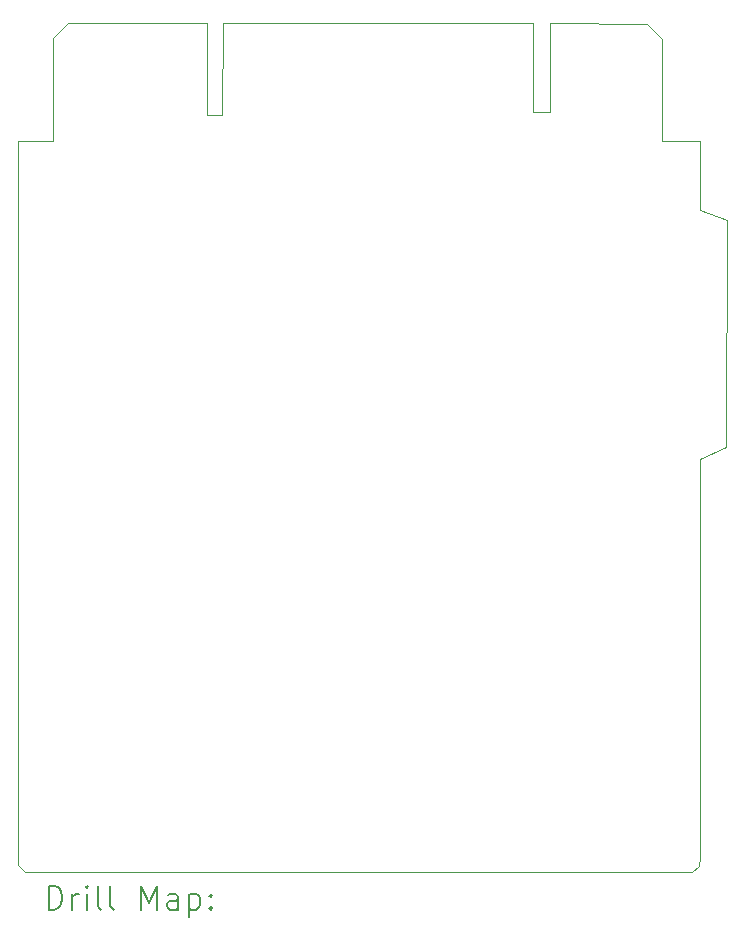
<source format=gbr>
%TF.GenerationSoftware,KiCad,Pcbnew,8.0.4*%
%TF.CreationDate,2024-08-11T23:39:19-04:00*%
%TF.ProjectId,RTC-Link2p,5254432d-4c69-46e6-9b32-702e6b696361,rev?*%
%TF.SameCoordinates,Original*%
%TF.FileFunction,Drillmap*%
%TF.FilePolarity,Positive*%
%FSLAX45Y45*%
G04 Gerber Fmt 4.5, Leading zero omitted, Abs format (unit mm)*
G04 Created by KiCad (PCBNEW 8.0.4) date 2024-08-11 23:39:19*
%MOMM*%
%LPD*%
G01*
G04 APERTURE LIST*
%ADD10C,0.100000*%
%ADD11C,0.200000*%
G04 APERTURE END LIST*
D10*
X12330000Y-11690000D02*
X12382500Y-11747500D01*
X12382500Y-11747500D02*
X18034000Y-11747500D01*
X16832500Y-5315000D02*
X16832500Y-4560000D01*
X12330000Y-5560000D02*
X12620000Y-5560000D01*
X12747500Y-4560000D02*
X13930000Y-4560000D01*
X18326274Y-6224853D02*
X18100000Y-6140000D01*
X18326274Y-6224853D02*
X18320000Y-8150000D01*
X17780000Y-4690000D02*
X17780000Y-5560000D01*
X13930000Y-4560000D02*
X13930000Y-5337500D01*
X17780000Y-5560000D02*
X18100000Y-5560000D01*
X16687500Y-5315000D02*
X16832500Y-5315000D01*
X18100000Y-5560000D02*
X18100000Y-6140000D01*
X12330000Y-5560000D02*
X12330000Y-10890000D01*
X16832500Y-4560000D02*
X17655000Y-4562500D01*
X17655000Y-4562500D02*
X17780000Y-4690000D01*
X18034000Y-11747500D02*
X18091500Y-11695000D01*
X18091500Y-11695000D02*
X18097500Y-11620500D01*
X12330000Y-11690000D02*
X12330000Y-10890000D01*
X16687500Y-4560000D02*
X16687500Y-5315000D01*
X14060000Y-4560000D02*
X16687500Y-4560000D01*
X13930000Y-5337500D02*
X14057500Y-5337500D01*
X18100000Y-8250000D02*
X18320000Y-8150000D01*
X12620000Y-4685000D02*
X12747500Y-4560000D01*
X14057500Y-5337500D02*
X14060000Y-4560000D01*
X12620000Y-5560000D02*
X12620000Y-4685000D01*
X18097500Y-11620500D02*
X18100000Y-8250000D01*
D11*
X12585777Y-12063984D02*
X12585777Y-11863984D01*
X12585777Y-11863984D02*
X12633396Y-11863984D01*
X12633396Y-11863984D02*
X12661967Y-11873508D01*
X12661967Y-11873508D02*
X12681015Y-11892555D01*
X12681015Y-11892555D02*
X12690539Y-11911603D01*
X12690539Y-11911603D02*
X12700062Y-11949698D01*
X12700062Y-11949698D02*
X12700062Y-11978269D01*
X12700062Y-11978269D02*
X12690539Y-12016365D01*
X12690539Y-12016365D02*
X12681015Y-12035412D01*
X12681015Y-12035412D02*
X12661967Y-12054460D01*
X12661967Y-12054460D02*
X12633396Y-12063984D01*
X12633396Y-12063984D02*
X12585777Y-12063984D01*
X12785777Y-12063984D02*
X12785777Y-11930650D01*
X12785777Y-11968746D02*
X12795301Y-11949698D01*
X12795301Y-11949698D02*
X12804824Y-11940174D01*
X12804824Y-11940174D02*
X12823872Y-11930650D01*
X12823872Y-11930650D02*
X12842920Y-11930650D01*
X12909586Y-12063984D02*
X12909586Y-11930650D01*
X12909586Y-11863984D02*
X12900062Y-11873508D01*
X12900062Y-11873508D02*
X12909586Y-11883031D01*
X12909586Y-11883031D02*
X12919110Y-11873508D01*
X12919110Y-11873508D02*
X12909586Y-11863984D01*
X12909586Y-11863984D02*
X12909586Y-11883031D01*
X13033396Y-12063984D02*
X13014348Y-12054460D01*
X13014348Y-12054460D02*
X13004824Y-12035412D01*
X13004824Y-12035412D02*
X13004824Y-11863984D01*
X13138158Y-12063984D02*
X13119110Y-12054460D01*
X13119110Y-12054460D02*
X13109586Y-12035412D01*
X13109586Y-12035412D02*
X13109586Y-11863984D01*
X13366729Y-12063984D02*
X13366729Y-11863984D01*
X13366729Y-11863984D02*
X13433396Y-12006841D01*
X13433396Y-12006841D02*
X13500062Y-11863984D01*
X13500062Y-11863984D02*
X13500062Y-12063984D01*
X13681015Y-12063984D02*
X13681015Y-11959222D01*
X13681015Y-11959222D02*
X13671491Y-11940174D01*
X13671491Y-11940174D02*
X13652443Y-11930650D01*
X13652443Y-11930650D02*
X13614348Y-11930650D01*
X13614348Y-11930650D02*
X13595301Y-11940174D01*
X13681015Y-12054460D02*
X13661967Y-12063984D01*
X13661967Y-12063984D02*
X13614348Y-12063984D01*
X13614348Y-12063984D02*
X13595301Y-12054460D01*
X13595301Y-12054460D02*
X13585777Y-12035412D01*
X13585777Y-12035412D02*
X13585777Y-12016365D01*
X13585777Y-12016365D02*
X13595301Y-11997317D01*
X13595301Y-11997317D02*
X13614348Y-11987793D01*
X13614348Y-11987793D02*
X13661967Y-11987793D01*
X13661967Y-11987793D02*
X13681015Y-11978269D01*
X13776253Y-11930650D02*
X13776253Y-12130650D01*
X13776253Y-11940174D02*
X13795301Y-11930650D01*
X13795301Y-11930650D02*
X13833396Y-11930650D01*
X13833396Y-11930650D02*
X13852443Y-11940174D01*
X13852443Y-11940174D02*
X13861967Y-11949698D01*
X13861967Y-11949698D02*
X13871491Y-11968746D01*
X13871491Y-11968746D02*
X13871491Y-12025888D01*
X13871491Y-12025888D02*
X13861967Y-12044936D01*
X13861967Y-12044936D02*
X13852443Y-12054460D01*
X13852443Y-12054460D02*
X13833396Y-12063984D01*
X13833396Y-12063984D02*
X13795301Y-12063984D01*
X13795301Y-12063984D02*
X13776253Y-12054460D01*
X13957205Y-12044936D02*
X13966729Y-12054460D01*
X13966729Y-12054460D02*
X13957205Y-12063984D01*
X13957205Y-12063984D02*
X13947682Y-12054460D01*
X13947682Y-12054460D02*
X13957205Y-12044936D01*
X13957205Y-12044936D02*
X13957205Y-12063984D01*
X13957205Y-11940174D02*
X13966729Y-11949698D01*
X13966729Y-11949698D02*
X13957205Y-11959222D01*
X13957205Y-11959222D02*
X13947682Y-11949698D01*
X13947682Y-11949698D02*
X13957205Y-11940174D01*
X13957205Y-11940174D02*
X13957205Y-11959222D01*
M02*

</source>
